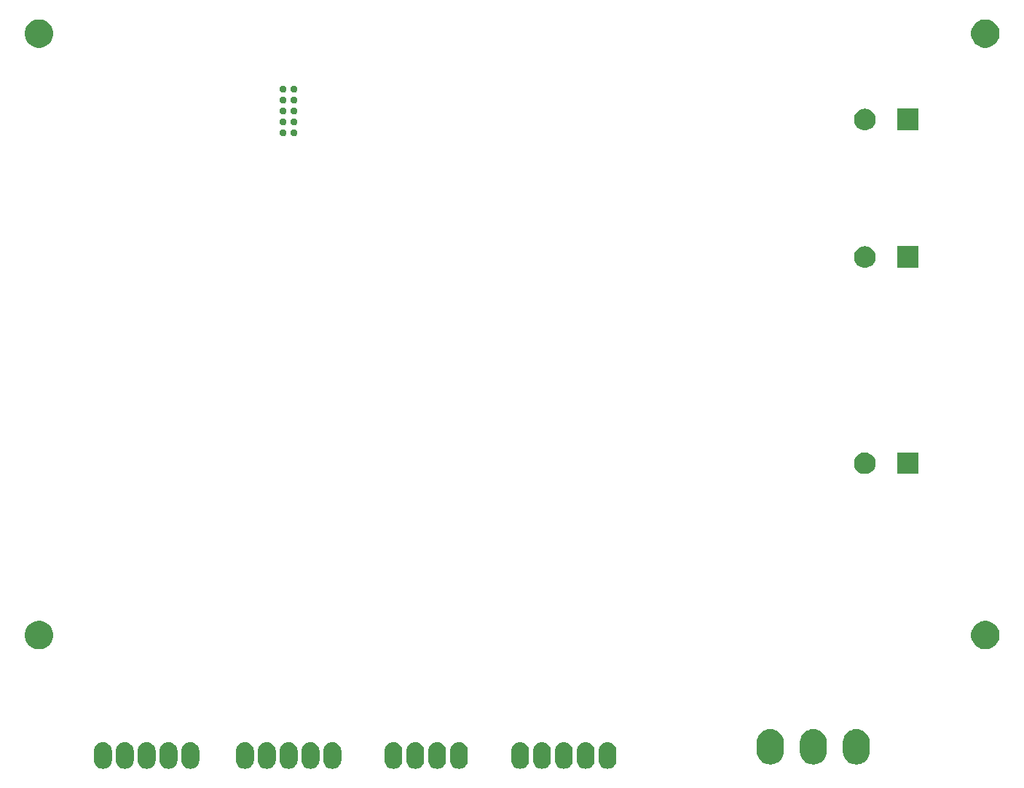
<source format=gbr>
G04 #@! TF.GenerationSoftware,KiCad,Pcbnew,5.0.2+dfsg1-1~bpo9+1*
G04 #@! TF.CreationDate,2019-05-15T23:25:40-04:00*
G04 #@! TF.ProjectId,SCARAMotorFeedbackController,53434152-414d-46f7-946f-724665656462,rev?*
G04 #@! TF.SameCoordinates,Original*
G04 #@! TF.FileFunction,Soldermask,Bot*
G04 #@! TF.FilePolarity,Negative*
%FSLAX46Y46*%
G04 Gerber Fmt 4.6, Leading zero omitted, Abs format (unit mm)*
G04 Created by KiCad (PCBNEW 5.0.2+dfsg1-1~bpo9+1) date Wed 15 May 2019 11:25:40 PM EDT*
%MOMM*%
%LPD*%
G01*
G04 APERTURE LIST*
%ADD10C,0.100000*%
G04 APERTURE END LIST*
D10*
G36*
X36746032Y5035793D02*
X36944146Y4975695D01*
X37126729Y4878103D01*
X37286765Y4746765D01*
X37418103Y4586729D01*
X37515695Y4404146D01*
X37575793Y4206032D01*
X37591000Y4051630D01*
X37591000Y2948370D01*
X37575793Y2793968D01*
X37515695Y2595854D01*
X37418103Y2413271D01*
X37418101Y2413269D01*
X37286768Y2253238D01*
X37286766Y2253237D01*
X37286765Y2253235D01*
X37126729Y2121897D01*
X36944145Y2024305D01*
X36746031Y1964207D01*
X36540000Y1943915D01*
X36333968Y1964207D01*
X36135854Y2024305D01*
X35953271Y2121897D01*
X35889257Y2174432D01*
X35793238Y2253232D01*
X35793237Y2253234D01*
X35793235Y2253235D01*
X35661897Y2413271D01*
X35564305Y2595855D01*
X35504207Y2793969D01*
X35489000Y2948371D01*
X35489000Y4051631D01*
X35504207Y4206028D01*
X35564306Y4404148D01*
X35661899Y4586731D01*
X35793236Y4746765D01*
X35953270Y4878101D01*
X35953272Y4878103D01*
X36135855Y4975695D01*
X36333969Y5035793D01*
X36540000Y5056085D01*
X36746032Y5035793D01*
X36746032Y5035793D01*
G37*
G36*
X39286032Y5035793D02*
X39484146Y4975695D01*
X39666729Y4878103D01*
X39826765Y4746765D01*
X39958103Y4586729D01*
X40055695Y4404146D01*
X40115793Y4206032D01*
X40131000Y4051630D01*
X40131000Y2948370D01*
X40115793Y2793968D01*
X40055695Y2595854D01*
X39958103Y2413271D01*
X39958101Y2413269D01*
X39826768Y2253238D01*
X39826766Y2253237D01*
X39826765Y2253235D01*
X39666729Y2121897D01*
X39484145Y2024305D01*
X39286031Y1964207D01*
X39080000Y1943915D01*
X38873968Y1964207D01*
X38675854Y2024305D01*
X38493271Y2121897D01*
X38429257Y2174432D01*
X38333238Y2253232D01*
X38333237Y2253234D01*
X38333235Y2253235D01*
X38201897Y2413271D01*
X38104305Y2595855D01*
X38044207Y2793969D01*
X38029000Y2948371D01*
X38029000Y4051631D01*
X38044207Y4206028D01*
X38104306Y4404148D01*
X38201899Y4586731D01*
X38333236Y4746765D01*
X38493270Y4878101D01*
X38493272Y4878103D01*
X38675855Y4975695D01*
X38873969Y5035793D01*
X39080000Y5056085D01*
X39286032Y5035793D01*
X39286032Y5035793D01*
G37*
G36*
X22786032Y5035793D02*
X22984146Y4975695D01*
X23166729Y4878103D01*
X23326765Y4746765D01*
X23458103Y4586729D01*
X23555695Y4404146D01*
X23615793Y4206032D01*
X23631000Y4051630D01*
X23631000Y2948370D01*
X23615793Y2793968D01*
X23555695Y2595854D01*
X23458103Y2413271D01*
X23458101Y2413269D01*
X23326768Y2253238D01*
X23326766Y2253237D01*
X23326765Y2253235D01*
X23166729Y2121897D01*
X22984145Y2024305D01*
X22786031Y1964207D01*
X22580000Y1943915D01*
X22373968Y1964207D01*
X22175854Y2024305D01*
X21993271Y2121897D01*
X21929257Y2174432D01*
X21833238Y2253232D01*
X21833237Y2253234D01*
X21833235Y2253235D01*
X21701897Y2413271D01*
X21604305Y2595855D01*
X21544207Y2793969D01*
X21529000Y2948371D01*
X21529000Y4051631D01*
X21544207Y4206028D01*
X21604306Y4404148D01*
X21701899Y4586731D01*
X21833236Y4746765D01*
X21993270Y4878101D01*
X21993272Y4878103D01*
X22175855Y4975695D01*
X22373969Y5035793D01*
X22580000Y5056085D01*
X22786032Y5035793D01*
X22786032Y5035793D01*
G37*
G36*
X20246032Y5035793D02*
X20444146Y4975695D01*
X20626729Y4878103D01*
X20786765Y4746765D01*
X20918103Y4586729D01*
X21015695Y4404146D01*
X21075793Y4206032D01*
X21091000Y4051630D01*
X21091000Y2948370D01*
X21075793Y2793968D01*
X21015695Y2595854D01*
X20918103Y2413271D01*
X20918101Y2413269D01*
X20786768Y2253238D01*
X20786766Y2253237D01*
X20786765Y2253235D01*
X20626729Y2121897D01*
X20444145Y2024305D01*
X20246031Y1964207D01*
X20040000Y1943915D01*
X19833968Y1964207D01*
X19635854Y2024305D01*
X19453271Y2121897D01*
X19389257Y2174432D01*
X19293238Y2253232D01*
X19293237Y2253234D01*
X19293235Y2253235D01*
X19161897Y2413271D01*
X19064305Y2595855D01*
X19004207Y2793969D01*
X18989000Y2948371D01*
X18989000Y4051631D01*
X19004207Y4206028D01*
X19064306Y4404148D01*
X19161899Y4586731D01*
X19293236Y4746765D01*
X19453270Y4878101D01*
X19453272Y4878103D01*
X19635855Y4975695D01*
X19833969Y5035793D01*
X20040000Y5056085D01*
X20246032Y5035793D01*
X20246032Y5035793D01*
G37*
G36*
X17706032Y5035793D02*
X17904146Y4975695D01*
X18086729Y4878103D01*
X18246765Y4746765D01*
X18378103Y4586729D01*
X18475695Y4404146D01*
X18535793Y4206032D01*
X18551000Y4051630D01*
X18551000Y2948370D01*
X18535793Y2793968D01*
X18475695Y2595854D01*
X18378103Y2413271D01*
X18378101Y2413269D01*
X18246768Y2253238D01*
X18246766Y2253237D01*
X18246765Y2253235D01*
X18086729Y2121897D01*
X17904145Y2024305D01*
X17706031Y1964207D01*
X17500000Y1943915D01*
X17293968Y1964207D01*
X17095854Y2024305D01*
X16913271Y2121897D01*
X16849257Y2174432D01*
X16753238Y2253232D01*
X16753237Y2253234D01*
X16753235Y2253235D01*
X16621897Y2413271D01*
X16524305Y2595855D01*
X16464207Y2793969D01*
X16449000Y2948371D01*
X16449000Y4051631D01*
X16464207Y4206028D01*
X16524306Y4404148D01*
X16621899Y4586731D01*
X16753236Y4746765D01*
X16913270Y4878101D01*
X16913272Y4878103D01*
X17095855Y4975695D01*
X17293969Y5035793D01*
X17500000Y5056085D01*
X17706032Y5035793D01*
X17706032Y5035793D01*
G37*
G36*
X15166032Y5035793D02*
X15364146Y4975695D01*
X15546729Y4878103D01*
X15706765Y4746765D01*
X15838103Y4586729D01*
X15935695Y4404146D01*
X15995793Y4206032D01*
X16011000Y4051630D01*
X16011000Y2948370D01*
X15995793Y2793968D01*
X15935695Y2595854D01*
X15838103Y2413271D01*
X15838101Y2413269D01*
X15706768Y2253238D01*
X15706766Y2253237D01*
X15706765Y2253235D01*
X15546729Y2121897D01*
X15364145Y2024305D01*
X15166031Y1964207D01*
X14960000Y1943915D01*
X14753968Y1964207D01*
X14555854Y2024305D01*
X14373271Y2121897D01*
X14309257Y2174432D01*
X14213238Y2253232D01*
X14213237Y2253234D01*
X14213235Y2253235D01*
X14081897Y2413271D01*
X13984305Y2595855D01*
X13924207Y2793969D01*
X13909000Y2948371D01*
X13909000Y4051631D01*
X13924207Y4206028D01*
X13984306Y4404148D01*
X14081899Y4586731D01*
X14213236Y4746765D01*
X14373270Y4878101D01*
X14373272Y4878103D01*
X14555855Y4975695D01*
X14753969Y5035793D01*
X14960000Y5056085D01*
X15166032Y5035793D01*
X15166032Y5035793D01*
G37*
G36*
X12626032Y5035793D02*
X12824146Y4975695D01*
X13006729Y4878103D01*
X13166765Y4746765D01*
X13298103Y4586729D01*
X13395695Y4404146D01*
X13455793Y4206032D01*
X13471000Y4051630D01*
X13471000Y2948370D01*
X13455793Y2793968D01*
X13395695Y2595854D01*
X13298103Y2413271D01*
X13298101Y2413269D01*
X13166768Y2253238D01*
X13166766Y2253237D01*
X13166765Y2253235D01*
X13006729Y2121897D01*
X12824145Y2024305D01*
X12626031Y1964207D01*
X12420000Y1943915D01*
X12213968Y1964207D01*
X12015854Y2024305D01*
X11833271Y2121897D01*
X11769257Y2174432D01*
X11673238Y2253232D01*
X11673237Y2253234D01*
X11673235Y2253235D01*
X11541897Y2413271D01*
X11444305Y2595855D01*
X11384207Y2793969D01*
X11369000Y2948371D01*
X11369000Y4051631D01*
X11384207Y4206028D01*
X11444306Y4404148D01*
X11541899Y4586731D01*
X11673236Y4746765D01*
X11833270Y4878101D01*
X11833272Y4878103D01*
X12015855Y4975695D01*
X12213969Y5035793D01*
X12420000Y5056085D01*
X12626032Y5035793D01*
X12626032Y5035793D01*
G37*
G36*
X29126032Y5035793D02*
X29324146Y4975695D01*
X29506729Y4878103D01*
X29666765Y4746765D01*
X29798103Y4586729D01*
X29895695Y4404146D01*
X29955793Y4206032D01*
X29971000Y4051630D01*
X29971000Y2948370D01*
X29955793Y2793968D01*
X29895695Y2595854D01*
X29798103Y2413271D01*
X29798101Y2413269D01*
X29666768Y2253238D01*
X29666766Y2253237D01*
X29666765Y2253235D01*
X29506729Y2121897D01*
X29324145Y2024305D01*
X29126031Y1964207D01*
X28920000Y1943915D01*
X28713968Y1964207D01*
X28515854Y2024305D01*
X28333271Y2121897D01*
X28269257Y2174432D01*
X28173238Y2253232D01*
X28173237Y2253234D01*
X28173235Y2253235D01*
X28041897Y2413271D01*
X27944305Y2595855D01*
X27884207Y2793969D01*
X27869000Y2948371D01*
X27869000Y4051631D01*
X27884207Y4206028D01*
X27944306Y4404148D01*
X28041899Y4586731D01*
X28173236Y4746765D01*
X28333270Y4878101D01*
X28333272Y4878103D01*
X28515855Y4975695D01*
X28713969Y5035793D01*
X28920000Y5056085D01*
X29126032Y5035793D01*
X29126032Y5035793D01*
G37*
G36*
X31666032Y5035793D02*
X31864146Y4975695D01*
X32046729Y4878103D01*
X32206765Y4746765D01*
X32338103Y4586729D01*
X32435695Y4404146D01*
X32495793Y4206032D01*
X32511000Y4051630D01*
X32511000Y2948370D01*
X32495793Y2793968D01*
X32435695Y2595854D01*
X32338103Y2413271D01*
X32338101Y2413269D01*
X32206768Y2253238D01*
X32206766Y2253237D01*
X32206765Y2253235D01*
X32046729Y2121897D01*
X31864145Y2024305D01*
X31666031Y1964207D01*
X31460000Y1943915D01*
X31253968Y1964207D01*
X31055854Y2024305D01*
X30873271Y2121897D01*
X30809257Y2174432D01*
X30713238Y2253232D01*
X30713237Y2253234D01*
X30713235Y2253235D01*
X30581897Y2413271D01*
X30484305Y2595855D01*
X30424207Y2793969D01*
X30409000Y2948371D01*
X30409000Y4051631D01*
X30424207Y4206028D01*
X30484306Y4404148D01*
X30581899Y4586731D01*
X30713236Y4746765D01*
X30873270Y4878101D01*
X30873272Y4878103D01*
X31055855Y4975695D01*
X31253969Y5035793D01*
X31460000Y5056085D01*
X31666032Y5035793D01*
X31666032Y5035793D01*
G37*
G36*
X34206032Y5035793D02*
X34404146Y4975695D01*
X34586729Y4878103D01*
X34746765Y4746765D01*
X34878103Y4586729D01*
X34975695Y4404146D01*
X35035793Y4206032D01*
X35051000Y4051630D01*
X35051000Y2948370D01*
X35035793Y2793968D01*
X34975695Y2595854D01*
X34878103Y2413271D01*
X34878101Y2413269D01*
X34746768Y2253238D01*
X34746766Y2253237D01*
X34746765Y2253235D01*
X34586729Y2121897D01*
X34404145Y2024305D01*
X34206031Y1964207D01*
X34000000Y1943915D01*
X33793968Y1964207D01*
X33595854Y2024305D01*
X33413271Y2121897D01*
X33349257Y2174432D01*
X33253238Y2253232D01*
X33253237Y2253234D01*
X33253235Y2253235D01*
X33121897Y2413271D01*
X33024305Y2595855D01*
X32964207Y2793969D01*
X32949000Y2948371D01*
X32949000Y4051631D01*
X32964207Y4206028D01*
X33024306Y4404148D01*
X33121899Y4586731D01*
X33253236Y4746765D01*
X33413270Y4878101D01*
X33413272Y4878103D01*
X33595855Y4975695D01*
X33793969Y5035793D01*
X34000000Y5056085D01*
X34206032Y5035793D01*
X34206032Y5035793D01*
G37*
G36*
X71286032Y5035793D02*
X71484146Y4975695D01*
X71666729Y4878103D01*
X71826765Y4746765D01*
X71958103Y4586729D01*
X72055695Y4404146D01*
X72115793Y4206032D01*
X72131000Y4051630D01*
X72131000Y2948370D01*
X72115793Y2793968D01*
X72055695Y2595854D01*
X71958103Y2413271D01*
X71958101Y2413269D01*
X71826768Y2253238D01*
X71826766Y2253237D01*
X71826765Y2253235D01*
X71666729Y2121897D01*
X71484145Y2024305D01*
X71286031Y1964207D01*
X71080000Y1943915D01*
X70873968Y1964207D01*
X70675854Y2024305D01*
X70493271Y2121897D01*
X70429257Y2174432D01*
X70333238Y2253232D01*
X70333237Y2253234D01*
X70333235Y2253235D01*
X70201897Y2413271D01*
X70104305Y2595855D01*
X70044207Y2793969D01*
X70029000Y2948371D01*
X70029000Y4051631D01*
X70044207Y4206028D01*
X70104306Y4404148D01*
X70201899Y4586731D01*
X70333236Y4746765D01*
X70493270Y4878101D01*
X70493272Y4878103D01*
X70675855Y4975695D01*
X70873969Y5035793D01*
X71080000Y5056085D01*
X71286032Y5035793D01*
X71286032Y5035793D01*
G37*
G36*
X68746032Y5035793D02*
X68944146Y4975695D01*
X69126729Y4878103D01*
X69286765Y4746765D01*
X69418103Y4586729D01*
X69515695Y4404146D01*
X69575793Y4206032D01*
X69591000Y4051630D01*
X69591000Y2948370D01*
X69575793Y2793968D01*
X69515695Y2595854D01*
X69418103Y2413271D01*
X69418101Y2413269D01*
X69286768Y2253238D01*
X69286766Y2253237D01*
X69286765Y2253235D01*
X69126729Y2121897D01*
X68944145Y2024305D01*
X68746031Y1964207D01*
X68540000Y1943915D01*
X68333968Y1964207D01*
X68135854Y2024305D01*
X67953271Y2121897D01*
X67889257Y2174432D01*
X67793238Y2253232D01*
X67793237Y2253234D01*
X67793235Y2253235D01*
X67661897Y2413271D01*
X67564305Y2595855D01*
X67504207Y2793969D01*
X67489000Y2948371D01*
X67489000Y4051631D01*
X67504207Y4206028D01*
X67564306Y4404148D01*
X67661899Y4586731D01*
X67793236Y4746765D01*
X67953270Y4878101D01*
X67953272Y4878103D01*
X68135855Y4975695D01*
X68333969Y5035793D01*
X68540000Y5056085D01*
X68746032Y5035793D01*
X68746032Y5035793D01*
G37*
G36*
X66206032Y5035793D02*
X66404146Y4975695D01*
X66586729Y4878103D01*
X66746765Y4746765D01*
X66878103Y4586729D01*
X66975695Y4404146D01*
X67035793Y4206032D01*
X67051000Y4051630D01*
X67051000Y2948370D01*
X67035793Y2793968D01*
X66975695Y2595854D01*
X66878103Y2413271D01*
X66878101Y2413269D01*
X66746768Y2253238D01*
X66746766Y2253237D01*
X66746765Y2253235D01*
X66586729Y2121897D01*
X66404145Y2024305D01*
X66206031Y1964207D01*
X66000000Y1943915D01*
X65793968Y1964207D01*
X65595854Y2024305D01*
X65413271Y2121897D01*
X65349257Y2174432D01*
X65253238Y2253232D01*
X65253237Y2253234D01*
X65253235Y2253235D01*
X65121897Y2413271D01*
X65024305Y2595855D01*
X64964207Y2793969D01*
X64949000Y2948371D01*
X64949000Y4051631D01*
X64964207Y4206028D01*
X65024306Y4404148D01*
X65121899Y4586731D01*
X65253236Y4746765D01*
X65413270Y4878101D01*
X65413272Y4878103D01*
X65595855Y4975695D01*
X65793969Y5035793D01*
X66000000Y5056085D01*
X66206032Y5035793D01*
X66206032Y5035793D01*
G37*
G36*
X63666032Y5035793D02*
X63864146Y4975695D01*
X64046729Y4878103D01*
X64206765Y4746765D01*
X64338103Y4586729D01*
X64435695Y4404146D01*
X64495793Y4206032D01*
X64511000Y4051630D01*
X64511000Y2948370D01*
X64495793Y2793968D01*
X64435695Y2595854D01*
X64338103Y2413271D01*
X64338101Y2413269D01*
X64206768Y2253238D01*
X64206766Y2253237D01*
X64206765Y2253235D01*
X64046729Y2121897D01*
X63864145Y2024305D01*
X63666031Y1964207D01*
X63460000Y1943915D01*
X63253968Y1964207D01*
X63055854Y2024305D01*
X62873271Y2121897D01*
X62809257Y2174432D01*
X62713238Y2253232D01*
X62713237Y2253234D01*
X62713235Y2253235D01*
X62581897Y2413271D01*
X62484305Y2595855D01*
X62424207Y2793969D01*
X62409000Y2948371D01*
X62409000Y4051631D01*
X62424207Y4206028D01*
X62484306Y4404148D01*
X62581899Y4586731D01*
X62713236Y4746765D01*
X62873270Y4878101D01*
X62873272Y4878103D01*
X63055855Y4975695D01*
X63253969Y5035793D01*
X63460000Y5056085D01*
X63666032Y5035793D01*
X63666032Y5035793D01*
G37*
G36*
X61126032Y5035793D02*
X61324146Y4975695D01*
X61506729Y4878103D01*
X61666765Y4746765D01*
X61798103Y4586729D01*
X61895695Y4404146D01*
X61955793Y4206032D01*
X61971000Y4051630D01*
X61971000Y2948370D01*
X61955793Y2793968D01*
X61895695Y2595854D01*
X61798103Y2413271D01*
X61798101Y2413269D01*
X61666768Y2253238D01*
X61666766Y2253237D01*
X61666765Y2253235D01*
X61506729Y2121897D01*
X61324145Y2024305D01*
X61126031Y1964207D01*
X60920000Y1943915D01*
X60713968Y1964207D01*
X60515854Y2024305D01*
X60333271Y2121897D01*
X60269257Y2174432D01*
X60173238Y2253232D01*
X60173237Y2253234D01*
X60173235Y2253235D01*
X60041897Y2413271D01*
X59944305Y2595855D01*
X59884207Y2793969D01*
X59869000Y2948371D01*
X59869000Y4051631D01*
X59884207Y4206028D01*
X59944306Y4404148D01*
X60041899Y4586731D01*
X60173236Y4746765D01*
X60333270Y4878101D01*
X60333272Y4878103D01*
X60515855Y4975695D01*
X60713969Y5035793D01*
X60920000Y5056085D01*
X61126032Y5035793D01*
X61126032Y5035793D01*
G37*
G36*
X54016032Y5035793D02*
X54214146Y4975695D01*
X54396729Y4878103D01*
X54556765Y4746765D01*
X54688103Y4586729D01*
X54785695Y4404146D01*
X54845793Y4206032D01*
X54861000Y4051630D01*
X54861000Y2948370D01*
X54845793Y2793968D01*
X54785695Y2595854D01*
X54688103Y2413271D01*
X54688101Y2413269D01*
X54556768Y2253238D01*
X54556766Y2253237D01*
X54556765Y2253235D01*
X54396729Y2121897D01*
X54214145Y2024305D01*
X54016031Y1964207D01*
X53810000Y1943915D01*
X53603968Y1964207D01*
X53405854Y2024305D01*
X53223271Y2121897D01*
X53159257Y2174432D01*
X53063238Y2253232D01*
X53063237Y2253234D01*
X53063235Y2253235D01*
X52931897Y2413271D01*
X52834305Y2595855D01*
X52774207Y2793969D01*
X52759000Y2948371D01*
X52759000Y4051631D01*
X52774207Y4206028D01*
X52834306Y4404148D01*
X52931899Y4586731D01*
X53063236Y4746765D01*
X53223270Y4878101D01*
X53223272Y4878103D01*
X53405855Y4975695D01*
X53603969Y5035793D01*
X53810000Y5056085D01*
X54016032Y5035793D01*
X54016032Y5035793D01*
G37*
G36*
X51476032Y5035793D02*
X51674146Y4975695D01*
X51856729Y4878103D01*
X52016765Y4746765D01*
X52148103Y4586729D01*
X52245695Y4404146D01*
X52305793Y4206032D01*
X52321000Y4051630D01*
X52321000Y2948370D01*
X52305793Y2793968D01*
X52245695Y2595854D01*
X52148103Y2413271D01*
X52148101Y2413269D01*
X52016768Y2253238D01*
X52016766Y2253237D01*
X52016765Y2253235D01*
X51856729Y2121897D01*
X51674145Y2024305D01*
X51476031Y1964207D01*
X51270000Y1943915D01*
X51063968Y1964207D01*
X50865854Y2024305D01*
X50683271Y2121897D01*
X50619257Y2174432D01*
X50523238Y2253232D01*
X50523237Y2253234D01*
X50523235Y2253235D01*
X50391897Y2413271D01*
X50294305Y2595855D01*
X50234207Y2793969D01*
X50219000Y2948371D01*
X50219000Y4051631D01*
X50234207Y4206028D01*
X50294306Y4404148D01*
X50391899Y4586731D01*
X50523236Y4746765D01*
X50683270Y4878101D01*
X50683272Y4878103D01*
X50865855Y4975695D01*
X51063969Y5035793D01*
X51270000Y5056085D01*
X51476032Y5035793D01*
X51476032Y5035793D01*
G37*
G36*
X48936032Y5035793D02*
X49134146Y4975695D01*
X49316729Y4878103D01*
X49476765Y4746765D01*
X49608103Y4586729D01*
X49705695Y4404146D01*
X49765793Y4206032D01*
X49781000Y4051630D01*
X49781000Y2948370D01*
X49765793Y2793968D01*
X49705695Y2595854D01*
X49608103Y2413271D01*
X49608101Y2413269D01*
X49476768Y2253238D01*
X49476766Y2253237D01*
X49476765Y2253235D01*
X49316729Y2121897D01*
X49134145Y2024305D01*
X48936031Y1964207D01*
X48730000Y1943915D01*
X48523968Y1964207D01*
X48325854Y2024305D01*
X48143271Y2121897D01*
X48079257Y2174432D01*
X47983238Y2253232D01*
X47983237Y2253234D01*
X47983235Y2253235D01*
X47851897Y2413271D01*
X47754305Y2595855D01*
X47694207Y2793969D01*
X47679000Y2948371D01*
X47679000Y4051631D01*
X47694207Y4206028D01*
X47754306Y4404148D01*
X47851899Y4586731D01*
X47983236Y4746765D01*
X48143270Y4878101D01*
X48143272Y4878103D01*
X48325855Y4975695D01*
X48523969Y5035793D01*
X48730000Y5056085D01*
X48936032Y5035793D01*
X48936032Y5035793D01*
G37*
G36*
X46396032Y5035793D02*
X46594146Y4975695D01*
X46776729Y4878103D01*
X46936765Y4746765D01*
X47068103Y4586729D01*
X47165695Y4404146D01*
X47225793Y4206032D01*
X47241000Y4051630D01*
X47241000Y2948370D01*
X47225793Y2793968D01*
X47165695Y2595854D01*
X47068103Y2413271D01*
X47068101Y2413269D01*
X46936768Y2253238D01*
X46936766Y2253237D01*
X46936765Y2253235D01*
X46776729Y2121897D01*
X46594145Y2024305D01*
X46396031Y1964207D01*
X46190000Y1943915D01*
X45983968Y1964207D01*
X45785854Y2024305D01*
X45603271Y2121897D01*
X45539257Y2174432D01*
X45443238Y2253232D01*
X45443237Y2253234D01*
X45443235Y2253235D01*
X45311897Y2413271D01*
X45214305Y2595855D01*
X45154207Y2793969D01*
X45139000Y2948371D01*
X45139000Y4051631D01*
X45154207Y4206028D01*
X45214306Y4404148D01*
X45311899Y4586731D01*
X45443236Y4746765D01*
X45603270Y4878101D01*
X45603272Y4878103D01*
X45785855Y4975695D01*
X45983969Y5035793D01*
X46190000Y5056085D01*
X46396032Y5035793D01*
X46396032Y5035793D01*
G37*
G36*
X90304049Y6528558D02*
X90498959Y6469433D01*
X90596415Y6439870D01*
X90694690Y6387340D01*
X90865858Y6295849D01*
X91102029Y6102029D01*
X91295849Y5865858D01*
X91387340Y5694690D01*
X91439870Y5596415D01*
X91439870Y5596414D01*
X91528558Y5304049D01*
X91551000Y5076190D01*
X91551000Y3923810D01*
X91528558Y3695951D01*
X91469433Y3501041D01*
X91439870Y3403585D01*
X91387340Y3305310D01*
X91295849Y3134142D01*
X91295847Y3134140D01*
X91102032Y2897974D01*
X91102030Y2897973D01*
X91102029Y2897971D01*
X90865857Y2704151D01*
X90731135Y2632140D01*
X90596414Y2560130D01*
X90498958Y2530567D01*
X90304048Y2471442D01*
X90000000Y2441496D01*
X89695951Y2471442D01*
X89501041Y2530567D01*
X89403585Y2560130D01*
X89305310Y2612660D01*
X89134142Y2704151D01*
X89024693Y2793973D01*
X88897974Y2897968D01*
X88897973Y2897970D01*
X88897971Y2897971D01*
X88704151Y3134143D01*
X88560131Y3403585D01*
X88560130Y3403586D01*
X88530567Y3501042D01*
X88471442Y3695952D01*
X88449000Y3923811D01*
X88449000Y5076190D01*
X88471442Y5304049D01*
X88560130Y5596414D01*
X88560130Y5596415D01*
X88612660Y5694690D01*
X88704151Y5865858D01*
X88897972Y6102029D01*
X89134143Y6295849D01*
X89305311Y6387340D01*
X89403586Y6439870D01*
X89501042Y6469433D01*
X89695952Y6528558D01*
X90000000Y6558504D01*
X90304049Y6528558D01*
X90304049Y6528558D01*
G37*
G36*
X100304049Y6528558D02*
X100498959Y6469433D01*
X100596415Y6439870D01*
X100694690Y6387340D01*
X100865858Y6295849D01*
X101102029Y6102029D01*
X101295849Y5865858D01*
X101387340Y5694690D01*
X101439870Y5596415D01*
X101439870Y5596414D01*
X101528558Y5304049D01*
X101551000Y5076190D01*
X101551000Y3923810D01*
X101528558Y3695951D01*
X101469433Y3501041D01*
X101439870Y3403585D01*
X101387340Y3305310D01*
X101295849Y3134142D01*
X101295847Y3134140D01*
X101102032Y2897974D01*
X101102030Y2897973D01*
X101102029Y2897971D01*
X100865857Y2704151D01*
X100731135Y2632140D01*
X100596414Y2560130D01*
X100498958Y2530567D01*
X100304048Y2471442D01*
X100000000Y2441496D01*
X99695951Y2471442D01*
X99501041Y2530567D01*
X99403585Y2560130D01*
X99305310Y2612660D01*
X99134142Y2704151D01*
X99024693Y2793973D01*
X98897974Y2897968D01*
X98897973Y2897970D01*
X98897971Y2897971D01*
X98704151Y3134143D01*
X98560131Y3403585D01*
X98560130Y3403586D01*
X98530567Y3501042D01*
X98471442Y3695952D01*
X98449000Y3923811D01*
X98449000Y5076190D01*
X98471442Y5304049D01*
X98560130Y5596414D01*
X98560130Y5596415D01*
X98612660Y5694690D01*
X98704151Y5865858D01*
X98897972Y6102029D01*
X99134143Y6295849D01*
X99305311Y6387340D01*
X99403586Y6439870D01*
X99501042Y6469433D01*
X99695952Y6528558D01*
X100000000Y6558504D01*
X100304049Y6528558D01*
X100304049Y6528558D01*
G37*
G36*
X95304049Y6528558D02*
X95498959Y6469433D01*
X95596415Y6439870D01*
X95694690Y6387340D01*
X95865858Y6295849D01*
X96102029Y6102029D01*
X96295849Y5865858D01*
X96387340Y5694690D01*
X96439870Y5596415D01*
X96439870Y5596414D01*
X96528558Y5304049D01*
X96551000Y5076190D01*
X96551000Y3923810D01*
X96528558Y3695951D01*
X96469433Y3501041D01*
X96439870Y3403585D01*
X96387340Y3305310D01*
X96295849Y3134142D01*
X96295847Y3134140D01*
X96102032Y2897974D01*
X96102030Y2897973D01*
X96102029Y2897971D01*
X95865857Y2704151D01*
X95731135Y2632140D01*
X95596414Y2560130D01*
X95498958Y2530567D01*
X95304048Y2471442D01*
X95000000Y2441496D01*
X94695951Y2471442D01*
X94501041Y2530567D01*
X94403585Y2560130D01*
X94305310Y2612660D01*
X94134142Y2704151D01*
X94024693Y2793973D01*
X93897974Y2897968D01*
X93897973Y2897970D01*
X93897971Y2897971D01*
X93704151Y3134143D01*
X93560131Y3403585D01*
X93560130Y3403586D01*
X93530567Y3501042D01*
X93471442Y3695952D01*
X93449000Y3923811D01*
X93449000Y5076190D01*
X93471442Y5304049D01*
X93560130Y5596414D01*
X93560130Y5596415D01*
X93612660Y5694690D01*
X93704151Y5865858D01*
X93897972Y6102029D01*
X94134143Y6295849D01*
X94305311Y6387340D01*
X94403586Y6439870D01*
X94501042Y6469433D01*
X94695952Y6528558D01*
X95000000Y6558504D01*
X95304049Y6528558D01*
X95304049Y6528558D01*
G37*
G36*
X5375256Y19108702D02*
X5481579Y19087553D01*
X5782042Y18963097D01*
X6048852Y18784820D01*
X6052454Y18782413D01*
X6282413Y18552454D01*
X6463098Y18282040D01*
X6587553Y17981578D01*
X6651000Y17662611D01*
X6651000Y17337389D01*
X6587553Y17018422D01*
X6463098Y16717960D01*
X6282413Y16447546D01*
X6052454Y16217587D01*
X6052451Y16217585D01*
X5782042Y16036903D01*
X5481579Y15912447D01*
X5375256Y15891298D01*
X5162611Y15849000D01*
X4837389Y15849000D01*
X4624744Y15891298D01*
X4518421Y15912447D01*
X4217958Y16036903D01*
X3947549Y16217585D01*
X3947546Y16217587D01*
X3717587Y16447546D01*
X3536902Y16717960D01*
X3412447Y17018422D01*
X3349000Y17337389D01*
X3349000Y17662611D01*
X3412447Y17981578D01*
X3536902Y18282040D01*
X3717587Y18552454D01*
X3947546Y18782413D01*
X3951148Y18784820D01*
X4217958Y18963097D01*
X4518421Y19087553D01*
X4624744Y19108702D01*
X4837389Y19151000D01*
X5162611Y19151000D01*
X5375256Y19108702D01*
X5375256Y19108702D01*
G37*
G36*
X115375256Y19108702D02*
X115481579Y19087553D01*
X115782042Y18963097D01*
X116048852Y18784820D01*
X116052454Y18782413D01*
X116282413Y18552454D01*
X116463098Y18282040D01*
X116587553Y17981578D01*
X116651000Y17662611D01*
X116651000Y17337389D01*
X116587553Y17018422D01*
X116463098Y16717960D01*
X116282413Y16447546D01*
X116052454Y16217587D01*
X116052451Y16217585D01*
X115782042Y16036903D01*
X115481579Y15912447D01*
X115375256Y15891298D01*
X115162611Y15849000D01*
X114837389Y15849000D01*
X114624744Y15891298D01*
X114518421Y15912447D01*
X114217958Y16036903D01*
X113947549Y16217585D01*
X113947546Y16217587D01*
X113717587Y16447546D01*
X113536902Y16717960D01*
X113412447Y17018422D01*
X113349000Y17337389D01*
X113349000Y17662611D01*
X113412447Y17981578D01*
X113536902Y18282040D01*
X113717587Y18552454D01*
X113947546Y18782413D01*
X113951148Y18784820D01*
X114217958Y18963097D01*
X114518421Y19087553D01*
X114624744Y19108702D01*
X114837389Y19151000D01*
X115162611Y19151000D01*
X115375256Y19108702D01*
X115375256Y19108702D01*
G37*
G36*
X101183635Y38738981D02*
X101364903Y38702925D01*
X101592571Y38608622D01*
X101796542Y38472332D01*
X101797469Y38471713D01*
X101971713Y38297469D01*
X101971715Y38297466D01*
X102108622Y38092571D01*
X102202925Y37864903D01*
X102251000Y37623213D01*
X102251000Y37376787D01*
X102202925Y37135097D01*
X102108622Y36907429D01*
X101972332Y36703458D01*
X101971713Y36702531D01*
X101797469Y36528287D01*
X101797466Y36528285D01*
X101592571Y36391378D01*
X101364903Y36297075D01*
X101183635Y36261019D01*
X101123214Y36249000D01*
X100876786Y36249000D01*
X100816365Y36261019D01*
X100635097Y36297075D01*
X100407429Y36391378D01*
X100202534Y36528285D01*
X100202531Y36528287D01*
X100028287Y36702531D01*
X100027668Y36703458D01*
X99891378Y36907429D01*
X99797075Y37135097D01*
X99749000Y37376787D01*
X99749000Y37623213D01*
X99797075Y37864903D01*
X99891378Y38092571D01*
X100028285Y38297466D01*
X100028287Y38297469D01*
X100202531Y38471713D01*
X100203458Y38472332D01*
X100407429Y38608622D01*
X100635097Y38702925D01*
X100816365Y38738981D01*
X100876786Y38751000D01*
X101123214Y38751000D01*
X101183635Y38738981D01*
X101183635Y38738981D01*
G37*
G36*
X107251000Y36249000D02*
X104749000Y36249000D01*
X104749000Y38751000D01*
X107251000Y38751000D01*
X107251000Y36249000D01*
X107251000Y36249000D01*
G37*
G36*
X107251000Y60249000D02*
X104749000Y60249000D01*
X104749000Y62751000D01*
X107251000Y62751000D01*
X107251000Y60249000D01*
X107251000Y60249000D01*
G37*
G36*
X101183635Y62738981D02*
X101364903Y62702925D01*
X101592571Y62608622D01*
X101796542Y62472332D01*
X101797469Y62471713D01*
X101971713Y62297469D01*
X101971715Y62297466D01*
X102108622Y62092571D01*
X102202925Y61864903D01*
X102251000Y61623213D01*
X102251000Y61376787D01*
X102202925Y61135097D01*
X102108622Y60907429D01*
X101972332Y60703458D01*
X101971713Y60702531D01*
X101797469Y60528287D01*
X101797466Y60528285D01*
X101592571Y60391378D01*
X101364903Y60297075D01*
X101183635Y60261019D01*
X101123214Y60249000D01*
X100876786Y60249000D01*
X100816365Y60261019D01*
X100635097Y60297075D01*
X100407429Y60391378D01*
X100202534Y60528285D01*
X100202531Y60528287D01*
X100028287Y60702531D01*
X100027668Y60703458D01*
X99891378Y60907429D01*
X99797075Y61135097D01*
X99749000Y61376787D01*
X99749000Y61623213D01*
X99797075Y61864903D01*
X99891378Y62092571D01*
X100028285Y62297466D01*
X100028287Y62297469D01*
X100202531Y62471713D01*
X100203458Y62472332D01*
X100407429Y62608622D01*
X100635097Y62702925D01*
X100816365Y62738981D01*
X100876786Y62751000D01*
X101123214Y62751000D01*
X101183635Y62738981D01*
X101183635Y62738981D01*
G37*
G36*
X34700319Y76355863D02*
X34751967Y76345590D01*
X34824945Y76315361D01*
X34890625Y76271475D01*
X34946475Y76215625D01*
X34946477Y76215622D01*
X34990361Y76149945D01*
X35020590Y76076967D01*
X35036000Y75999495D01*
X35036000Y75920505D01*
X35020590Y75843033D01*
X34990361Y75770055D01*
X34946475Y75704375D01*
X34890625Y75648525D01*
X34890622Y75648523D01*
X34824945Y75604639D01*
X34751967Y75574410D01*
X34700319Y75564137D01*
X34674496Y75559000D01*
X34595504Y75559000D01*
X34569681Y75564137D01*
X34518033Y75574410D01*
X34445055Y75604639D01*
X34379378Y75648523D01*
X34379375Y75648525D01*
X34323525Y75704375D01*
X34279639Y75770055D01*
X34249410Y75843033D01*
X34234000Y75920505D01*
X34234000Y75999495D01*
X34249410Y76076967D01*
X34279639Y76149945D01*
X34323523Y76215622D01*
X34323525Y76215625D01*
X34379375Y76271475D01*
X34445055Y76315361D01*
X34518033Y76345590D01*
X34569681Y76355863D01*
X34595504Y76361000D01*
X34674496Y76361000D01*
X34700319Y76355863D01*
X34700319Y76355863D01*
G37*
G36*
X33430319Y76355863D02*
X33481967Y76345590D01*
X33554945Y76315361D01*
X33620625Y76271475D01*
X33676475Y76215625D01*
X33676477Y76215622D01*
X33720361Y76149945D01*
X33750590Y76076967D01*
X33766000Y75999495D01*
X33766000Y75920505D01*
X33750590Y75843033D01*
X33720361Y75770055D01*
X33676475Y75704375D01*
X33620625Y75648525D01*
X33620622Y75648523D01*
X33554945Y75604639D01*
X33481967Y75574410D01*
X33430319Y75564137D01*
X33404496Y75559000D01*
X33325504Y75559000D01*
X33299681Y75564137D01*
X33248033Y75574410D01*
X33175055Y75604639D01*
X33109378Y75648523D01*
X33109375Y75648525D01*
X33053525Y75704375D01*
X33009639Y75770055D01*
X32979410Y75843033D01*
X32964000Y75920505D01*
X32964000Y75999495D01*
X32979410Y76076967D01*
X33009639Y76149945D01*
X33053523Y76215622D01*
X33053525Y76215625D01*
X33109375Y76271475D01*
X33175055Y76315361D01*
X33248033Y76345590D01*
X33299681Y76355863D01*
X33325504Y76361000D01*
X33404496Y76361000D01*
X33430319Y76355863D01*
X33430319Y76355863D01*
G37*
G36*
X101183635Y78738981D02*
X101364903Y78702925D01*
X101592571Y78608622D01*
X101696026Y78539495D01*
X101797469Y78471713D01*
X101971713Y78297469D01*
X101971715Y78297466D01*
X102108622Y78092571D01*
X102202925Y77864903D01*
X102238981Y77683635D01*
X102251000Y77623214D01*
X102251000Y77376786D01*
X102245068Y77346965D01*
X102202925Y77135097D01*
X102108622Y76907429D01*
X102056217Y76829000D01*
X101971713Y76702531D01*
X101797469Y76528287D01*
X101797466Y76528285D01*
X101592571Y76391378D01*
X101364903Y76297075D01*
X101183636Y76261019D01*
X101123214Y76249000D01*
X100876786Y76249000D01*
X100816364Y76261019D01*
X100635097Y76297075D01*
X100407429Y76391378D01*
X100202534Y76528285D01*
X100202531Y76528287D01*
X100028287Y76702531D01*
X99943783Y76829000D01*
X99891378Y76907429D01*
X99797075Y77135097D01*
X99754932Y77346965D01*
X99749000Y77376786D01*
X99749000Y77623214D01*
X99761019Y77683635D01*
X99797075Y77864903D01*
X99891378Y78092571D01*
X100028285Y78297466D01*
X100028287Y78297469D01*
X100202531Y78471713D01*
X100303974Y78539495D01*
X100407429Y78608622D01*
X100635097Y78702925D01*
X100816365Y78738981D01*
X100876786Y78751000D01*
X101123214Y78751000D01*
X101183635Y78738981D01*
X101183635Y78738981D01*
G37*
G36*
X107251000Y76249000D02*
X104749000Y76249000D01*
X104749000Y78751000D01*
X107251000Y78751000D01*
X107251000Y76249000D01*
X107251000Y76249000D01*
G37*
G36*
X33430319Y77625863D02*
X33481967Y77615590D01*
X33554945Y77585361D01*
X33620625Y77541475D01*
X33676475Y77485625D01*
X33676477Y77485622D01*
X33720361Y77419945D01*
X33750590Y77346967D01*
X33766000Y77269495D01*
X33766000Y77190505D01*
X33750590Y77113033D01*
X33720361Y77040055D01*
X33676475Y76974375D01*
X33620625Y76918525D01*
X33620622Y76918523D01*
X33554945Y76874639D01*
X33481967Y76844410D01*
X33430319Y76834137D01*
X33404496Y76829000D01*
X33325504Y76829000D01*
X33299681Y76834137D01*
X33248033Y76844410D01*
X33175055Y76874639D01*
X33109378Y76918523D01*
X33109375Y76918525D01*
X33053525Y76974375D01*
X33009639Y77040055D01*
X32979410Y77113033D01*
X32964000Y77190505D01*
X32964000Y77269495D01*
X32979410Y77346967D01*
X33009639Y77419945D01*
X33053523Y77485622D01*
X33053525Y77485625D01*
X33109375Y77541475D01*
X33175055Y77585361D01*
X33248033Y77615590D01*
X33299681Y77625863D01*
X33325504Y77631000D01*
X33404496Y77631000D01*
X33430319Y77625863D01*
X33430319Y77625863D01*
G37*
G36*
X34700319Y77625863D02*
X34751967Y77615590D01*
X34824945Y77585361D01*
X34890625Y77541475D01*
X34946475Y77485625D01*
X34946477Y77485622D01*
X34990361Y77419945D01*
X35020590Y77346967D01*
X35036000Y77269495D01*
X35036000Y77190505D01*
X35020590Y77113033D01*
X34990361Y77040055D01*
X34946475Y76974375D01*
X34890625Y76918525D01*
X34890622Y76918523D01*
X34824945Y76874639D01*
X34751967Y76844410D01*
X34700319Y76834137D01*
X34674496Y76829000D01*
X34595504Y76829000D01*
X34569681Y76834137D01*
X34518033Y76844410D01*
X34445055Y76874639D01*
X34379378Y76918523D01*
X34379375Y76918525D01*
X34323525Y76974375D01*
X34279639Y77040055D01*
X34249410Y77113033D01*
X34234000Y77190505D01*
X34234000Y77269495D01*
X34249410Y77346967D01*
X34279639Y77419945D01*
X34323523Y77485622D01*
X34323525Y77485625D01*
X34379375Y77541475D01*
X34445055Y77585361D01*
X34518033Y77615590D01*
X34569681Y77625863D01*
X34595504Y77631000D01*
X34674496Y77631000D01*
X34700319Y77625863D01*
X34700319Y77625863D01*
G37*
G36*
X34700319Y78895863D02*
X34751967Y78885590D01*
X34824945Y78855361D01*
X34890625Y78811475D01*
X34946475Y78755625D01*
X34946477Y78755622D01*
X34990361Y78689945D01*
X35020590Y78616967D01*
X35036000Y78539495D01*
X35036000Y78460505D01*
X35020590Y78383033D01*
X34990361Y78310055D01*
X34946475Y78244375D01*
X34890625Y78188525D01*
X34890622Y78188523D01*
X34824945Y78144639D01*
X34751967Y78114410D01*
X34700319Y78104137D01*
X34674496Y78099000D01*
X34595504Y78099000D01*
X34569681Y78104137D01*
X34518033Y78114410D01*
X34445055Y78144639D01*
X34379378Y78188523D01*
X34379375Y78188525D01*
X34323525Y78244375D01*
X34279639Y78310055D01*
X34249410Y78383033D01*
X34234000Y78460505D01*
X34234000Y78539495D01*
X34249410Y78616967D01*
X34279639Y78689945D01*
X34323523Y78755622D01*
X34323525Y78755625D01*
X34379375Y78811475D01*
X34445055Y78855361D01*
X34518033Y78885590D01*
X34569681Y78895863D01*
X34595504Y78901000D01*
X34674496Y78901000D01*
X34700319Y78895863D01*
X34700319Y78895863D01*
G37*
G36*
X33430319Y78895863D02*
X33481967Y78885590D01*
X33554945Y78855361D01*
X33620625Y78811475D01*
X33676475Y78755625D01*
X33676477Y78755622D01*
X33720361Y78689945D01*
X33750590Y78616967D01*
X33766000Y78539495D01*
X33766000Y78460505D01*
X33750590Y78383033D01*
X33720361Y78310055D01*
X33676475Y78244375D01*
X33620625Y78188525D01*
X33620622Y78188523D01*
X33554945Y78144639D01*
X33481967Y78114410D01*
X33430319Y78104137D01*
X33404496Y78099000D01*
X33325504Y78099000D01*
X33299681Y78104137D01*
X33248033Y78114410D01*
X33175055Y78144639D01*
X33109378Y78188523D01*
X33109375Y78188525D01*
X33053525Y78244375D01*
X33009639Y78310055D01*
X32979410Y78383033D01*
X32964000Y78460505D01*
X32964000Y78539495D01*
X32979410Y78616967D01*
X33009639Y78689945D01*
X33053523Y78755622D01*
X33053525Y78755625D01*
X33109375Y78811475D01*
X33175055Y78855361D01*
X33248033Y78885590D01*
X33299681Y78895863D01*
X33325504Y78901000D01*
X33404496Y78901000D01*
X33430319Y78895863D01*
X33430319Y78895863D01*
G37*
G36*
X34700319Y80165863D02*
X34751967Y80155590D01*
X34824945Y80125361D01*
X34890625Y80081475D01*
X34946475Y80025625D01*
X34946477Y80025622D01*
X34990361Y79959945D01*
X35020590Y79886967D01*
X35036000Y79809495D01*
X35036000Y79730505D01*
X35020590Y79653033D01*
X34990361Y79580055D01*
X34946475Y79514375D01*
X34890625Y79458525D01*
X34890622Y79458523D01*
X34824945Y79414639D01*
X34751967Y79384410D01*
X34700319Y79374137D01*
X34674496Y79369000D01*
X34595504Y79369000D01*
X34569681Y79374137D01*
X34518033Y79384410D01*
X34445055Y79414639D01*
X34379378Y79458523D01*
X34379375Y79458525D01*
X34323525Y79514375D01*
X34279639Y79580055D01*
X34249410Y79653033D01*
X34234000Y79730505D01*
X34234000Y79809495D01*
X34249410Y79886967D01*
X34279639Y79959945D01*
X34323523Y80025622D01*
X34323525Y80025625D01*
X34379375Y80081475D01*
X34445055Y80125361D01*
X34518033Y80155590D01*
X34569681Y80165863D01*
X34595504Y80171000D01*
X34674496Y80171000D01*
X34700319Y80165863D01*
X34700319Y80165863D01*
G37*
G36*
X33430319Y80165863D02*
X33481967Y80155590D01*
X33554945Y80125361D01*
X33620625Y80081475D01*
X33676475Y80025625D01*
X33676477Y80025622D01*
X33720361Y79959945D01*
X33750590Y79886967D01*
X33766000Y79809495D01*
X33766000Y79730505D01*
X33750590Y79653033D01*
X33720361Y79580055D01*
X33676475Y79514375D01*
X33620625Y79458525D01*
X33620622Y79458523D01*
X33554945Y79414639D01*
X33481967Y79384410D01*
X33430319Y79374137D01*
X33404496Y79369000D01*
X33325504Y79369000D01*
X33299681Y79374137D01*
X33248033Y79384410D01*
X33175055Y79414639D01*
X33109378Y79458523D01*
X33109375Y79458525D01*
X33053525Y79514375D01*
X33009639Y79580055D01*
X32979410Y79653033D01*
X32964000Y79730505D01*
X32964000Y79809495D01*
X32979410Y79886967D01*
X33009639Y79959945D01*
X33053523Y80025622D01*
X33053525Y80025625D01*
X33109375Y80081475D01*
X33175055Y80125361D01*
X33248033Y80155590D01*
X33299681Y80165863D01*
X33325504Y80171000D01*
X33404496Y80171000D01*
X33430319Y80165863D01*
X33430319Y80165863D01*
G37*
G36*
X33430319Y81435863D02*
X33481967Y81425590D01*
X33554945Y81395361D01*
X33620625Y81351475D01*
X33676475Y81295625D01*
X33676477Y81295622D01*
X33720361Y81229945D01*
X33750590Y81156967D01*
X33766000Y81079495D01*
X33766000Y81000505D01*
X33750590Y80923033D01*
X33720361Y80850055D01*
X33676475Y80784375D01*
X33620625Y80728525D01*
X33620622Y80728523D01*
X33554945Y80684639D01*
X33481967Y80654410D01*
X33430319Y80644137D01*
X33404496Y80639000D01*
X33325504Y80639000D01*
X33299681Y80644137D01*
X33248033Y80654410D01*
X33175055Y80684639D01*
X33109378Y80728523D01*
X33109375Y80728525D01*
X33053525Y80784375D01*
X33009639Y80850055D01*
X32979410Y80923033D01*
X32964000Y81000505D01*
X32964000Y81079495D01*
X32979410Y81156967D01*
X33009639Y81229945D01*
X33053523Y81295622D01*
X33053525Y81295625D01*
X33109375Y81351475D01*
X33175055Y81395361D01*
X33248033Y81425590D01*
X33299681Y81435863D01*
X33325504Y81441000D01*
X33404496Y81441000D01*
X33430319Y81435863D01*
X33430319Y81435863D01*
G37*
G36*
X34700319Y81435863D02*
X34751967Y81425590D01*
X34824945Y81395361D01*
X34890625Y81351475D01*
X34946475Y81295625D01*
X34946477Y81295622D01*
X34990361Y81229945D01*
X35020590Y81156967D01*
X35036000Y81079495D01*
X35036000Y81000505D01*
X35020590Y80923033D01*
X34990361Y80850055D01*
X34946475Y80784375D01*
X34890625Y80728525D01*
X34890622Y80728523D01*
X34824945Y80684639D01*
X34751967Y80654410D01*
X34700319Y80644137D01*
X34674496Y80639000D01*
X34595504Y80639000D01*
X34569681Y80644137D01*
X34518033Y80654410D01*
X34445055Y80684639D01*
X34379378Y80728523D01*
X34379375Y80728525D01*
X34323525Y80784375D01*
X34279639Y80850055D01*
X34249410Y80923033D01*
X34234000Y81000505D01*
X34234000Y81079495D01*
X34249410Y81156967D01*
X34279639Y81229945D01*
X34323523Y81295622D01*
X34323525Y81295625D01*
X34379375Y81351475D01*
X34445055Y81395361D01*
X34518033Y81425590D01*
X34569681Y81435863D01*
X34595504Y81441000D01*
X34674496Y81441000D01*
X34700319Y81435863D01*
X34700319Y81435863D01*
G37*
G36*
X5375256Y89108702D02*
X5481579Y89087553D01*
X5782042Y88963097D01*
X6048852Y88784820D01*
X6052454Y88782413D01*
X6282413Y88552454D01*
X6463098Y88282040D01*
X6587553Y87981578D01*
X6651000Y87662611D01*
X6651000Y87337389D01*
X6587553Y87018422D01*
X6463098Y86717960D01*
X6282413Y86447546D01*
X6052454Y86217587D01*
X6052451Y86217585D01*
X5782042Y86036903D01*
X5481579Y85912447D01*
X5375256Y85891298D01*
X5162611Y85849000D01*
X4837389Y85849000D01*
X4624744Y85891298D01*
X4518421Y85912447D01*
X4217958Y86036903D01*
X3947549Y86217585D01*
X3947546Y86217587D01*
X3717587Y86447546D01*
X3536902Y86717960D01*
X3412447Y87018422D01*
X3349000Y87337389D01*
X3349000Y87662611D01*
X3412447Y87981578D01*
X3536902Y88282040D01*
X3717587Y88552454D01*
X3947546Y88782413D01*
X3951148Y88784820D01*
X4217958Y88963097D01*
X4518421Y89087553D01*
X4624744Y89108702D01*
X4837389Y89151000D01*
X5162611Y89151000D01*
X5375256Y89108702D01*
X5375256Y89108702D01*
G37*
G36*
X115375256Y89108702D02*
X115481579Y89087553D01*
X115782042Y88963097D01*
X116048852Y88784820D01*
X116052454Y88782413D01*
X116282413Y88552454D01*
X116463098Y88282040D01*
X116587553Y87981578D01*
X116651000Y87662611D01*
X116651000Y87337389D01*
X116587553Y87018422D01*
X116463098Y86717960D01*
X116282413Y86447546D01*
X116052454Y86217587D01*
X116052451Y86217585D01*
X115782042Y86036903D01*
X115481579Y85912447D01*
X115375256Y85891298D01*
X115162611Y85849000D01*
X114837389Y85849000D01*
X114624744Y85891298D01*
X114518421Y85912447D01*
X114217958Y86036903D01*
X113947549Y86217585D01*
X113947546Y86217587D01*
X113717587Y86447546D01*
X113536902Y86717960D01*
X113412447Y87018422D01*
X113349000Y87337389D01*
X113349000Y87662611D01*
X113412447Y87981578D01*
X113536902Y88282040D01*
X113717587Y88552454D01*
X113947546Y88782413D01*
X113951148Y88784820D01*
X114217958Y88963097D01*
X114518421Y89087553D01*
X114624744Y89108702D01*
X114837389Y89151000D01*
X115162611Y89151000D01*
X115375256Y89108702D01*
X115375256Y89108702D01*
G37*
M02*

</source>
